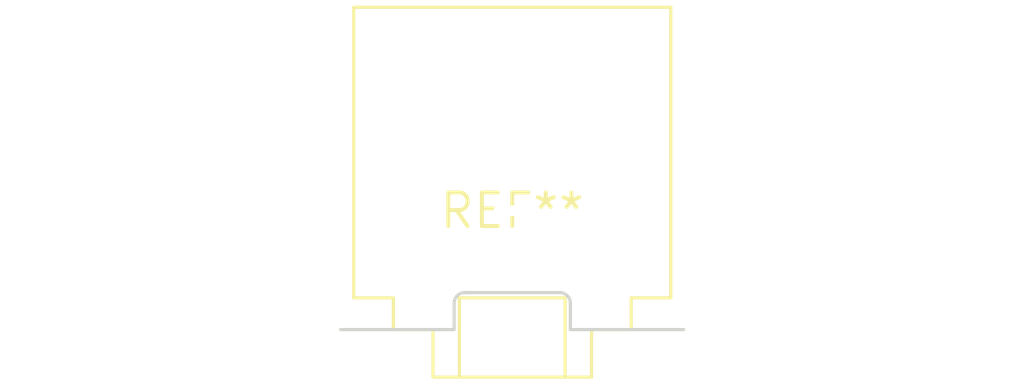
<source format=kicad_pcb>
(kicad_pcb (version 20240108) (generator pcbnew)
  (layers (0 "F.Cu" signal) (31 "B.Cu" signal) (34 "B.Paste" user) (35 "F.Paste" user) (36 "B.SilkS" user "B.Silkscreen") (37 "F.SilkS" user "F.Silkscreen") (38 "B.Mask" user) (39 "F.Mask" user) (44 "Edge.Cuts" user))
  (net 0 "")
  (footprint "Jack_3.5mm_CUI_SJ1-3524N_Horizontal" (layer "F.Cu") (at 0 0)
    (property "Reference" "REF**")
    (property "Value" "Jack_3.5mm_CUI_SJ1-3524N_Horizontal")
    (fp_line (start -6 -7.7) (end 6 -7.7) (layer "F.SilkS") (stroke (width 0.12)))
    (fp_line (start -6 3.3) (end -6 -7.7) (layer "F.SilkS") (stroke (width 0.12)))
    (fp_line (start -4.5 3.3) (end -6 3.3) (layer "F.SilkS") (stroke (width 0.12)))
    (fp_line (start -4.5 4.5) (end -4.5 3.3) (layer "F.SilkS") (stroke (width 0.12)))
    (fp_line (start -3 4.5) (end -4.5 4.5) (layer "F.SilkS") (stroke (width 0.12)))
    (fp_line (start -3 6.3) (end -3 4.5) (layer "F.SilkS") (stroke (width 0.12)))
    (fp_line (start -2 3.3) (end -2 6.3) (layer "F.SilkS") (stroke (width 0.12)))
    (fp_line (start 2 3.3) (end -2 3.3) (layer "F.SilkS") (stroke (width 0.12)))
    (fp_line (start 2 6.3) (end 2 3.3) (layer "F.SilkS") (stroke (width 0.12)))
    (fp_line (start 3 4.5) (end 3 6.3) (layer "F.SilkS") (stroke (width 0.12)))
    (fp_line (start 3 6.3) (end -3 6.3) (layer "F.SilkS") (stroke (width 0.12)))
    (fp_line (start 4.5 3.3) (end 4.5 4.5) (layer "F.SilkS") (stroke (width 0.12)))
    (fp_line (start 4.5 4.5) (end 3 4.5) (layer "F.SilkS") (stroke (width 0.12)))
    (fp_line (start 6 -7.7) (end 6 3.3) (layer "F.SilkS") (stroke (width 0.12)))
    (fp_line (start 6 3.3) (end 4.5 3.3) (layer "F.SilkS") (stroke (width 0.12)))
    (fp_line (start -2.2 3.5) (end -2.2 4.5) (layer "Edge.Cuts") (stroke (width 0.12)))
    (fp_line (start -2.2 4.5) (end -6.5 4.5) (layer "Edge.Cuts") (stroke (width 0.12)))
    (fp_line (start 1.8 3.1) (end -1.8 3.1) (layer "Edge.Cuts") (stroke (width 0.12)))
    (fp_line (start 2.2 3.5) (end 2.2 4.5) (layer "Edge.Cuts") (stroke (width 0.12)))
    (fp_line (start 2.2 4.5) (end 6.5 4.5) (layer "Edge.Cuts") (stroke (width 0.12)))
    (fp_arc (start -2.2 3.5) (mid -2.082842 3.217158) (end -1.8 3.1) (layer "Edge.Cuts") (stroke (width 0.12)))
    (fp_arc (start 1.8 3.1) (mid 2.082843 3.217157) (end 2.2 3.5) (layer "Edge.Cuts") (stroke (width 0.12)))
    (pad "" np_thru_hole circle (at -5 0) (size 1.2 1.2) (drill 1.2) (layers F&B.Cu *.Mask))
    (pad "" np_thru_hole circle (at -5 2.5) (size 1.2 1.2) (drill 1.2) (layers F&B.Cu *.Mask))
    (pad "" np_thru_hole circle (at 0 -5) (size 1.2 1.2) (drill 1.2) (layers F&B.Cu *.Mask))
    (pad "" np_thru_hole circle (at 5 0) (size 1.2 1.2) (drill 1.2) (layers F&B.Cu *.Mask))
    (pad "" np_thru_hole circle (at 5 2.5) (size 1.2 1.2) (drill 1.2) (layers F&B.Cu *.Mask))
    (pad "R" thru_hole oval (at -5 -5) (size 1.2 2.2) (drill oval 0.8 1.5) (layers *.Cu *.Mask) (remove_unused_layers))
    (pad "S" thru_hole oval (at 0 0) (size 2.2 1.2) (drill oval 1.4 0.4) (layers *.Cu *.Mask) (remove_unused_layers))
    (pad "T" thru_hole oval (at 5 -5 180) (size 1.2 2.2) (drill oval 0.4 1.4) (layers *.Cu *.Mask) (remove_unused_layers))
    (pad "TN" thru_hole oval (at 2.5 -5 180) (size 1.6 2.3) (drill oval 0.8 1.5) (layers *.Cu *.Mask) (remove_unused_layers))
  )
)
</source>
